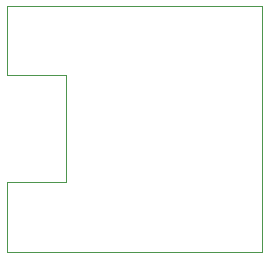
<source format=gbr>
%TF.GenerationSoftware,KiCad,Pcbnew,9.0.6-rc1*%
%TF.CreationDate,2025-11-21T10:50:26+01:00*%
%TF.ProjectId,hardware_V8,68617264-7761-4726-955f-56382e6b6963,rev?*%
%TF.SameCoordinates,Original*%
%TF.FileFunction,Profile,NP*%
%FSLAX46Y46*%
G04 Gerber Fmt 4.6, Leading zero omitted, Abs format (unit mm)*
G04 Created by KiCad (PCBNEW 9.0.6-rc1) date 2025-11-21 10:50:26*
%MOMM*%
%LPD*%
G01*
G04 APERTURE LIST*
%TA.AperFunction,Profile*%
%ADD10C,0.050000*%
%TD*%
G04 APERTURE END LIST*
D10*
X111670000Y-87280000D02*
X133250000Y-87300000D01*
X111670000Y-108060000D02*
X111670000Y-103655545D01*
X133250000Y-108060000D02*
X111670000Y-108060000D01*
X133250000Y-87300000D02*
X133250000Y-108060000D01*
X111670000Y-91340000D02*
X111670000Y-87280000D01*
%TO.C,J1*%
X111670000Y-91340000D02*
X111670000Y-93140000D01*
X111670000Y-93140000D02*
X116700000Y-93140000D01*
X111670000Y-102200000D02*
X111670000Y-103655545D01*
X116700000Y-93140000D02*
X116700000Y-102200000D01*
X116700000Y-102200000D02*
X111670000Y-102200000D01*
%TD*%
M02*

</source>
